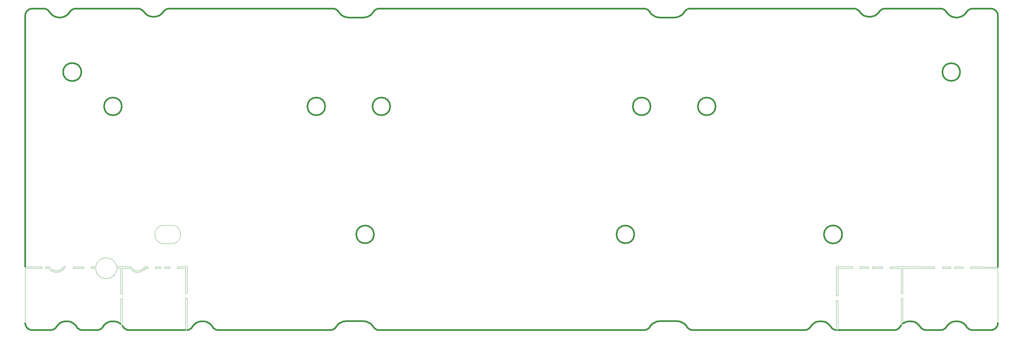
<source format=gbr>
%TF.GenerationSoftware,KiCad,Pcbnew,8.99.0-2194-gb3b7cbcab2*%
%TF.CreationDate,2024-09-18T03:27:03+07:00*%
%TF.ProjectId,Sebas_nuxros,53656261-735f-46e7-9578-726f732e6b69,rev?*%
%TF.SameCoordinates,Original*%
%TF.FileFunction,Profile,NP*%
%FSLAX46Y46*%
G04 Gerber Fmt 4.6, Leading zero omitted, Abs format (unit mm)*
G04 Created by KiCad (PCBNEW 8.99.0-2194-gb3b7cbcab2) date 2024-09-18 03:27:03*
%MOMM*%
%LPD*%
G01*
G04 APERTURE LIST*
%TA.AperFunction,Profile*%
%ADD10C,0.500000*%
%TD*%
%TA.AperFunction,Profile*%
%ADD11C,0.050000*%
%TD*%
%TA.AperFunction,Profile*%
%ADD12C,0.100000*%
%TD*%
G04 APERTURE END LIST*
D10*
X481539668Y122103399D02*
X481710220Y122335931D01*
X392228691Y121520348D02*
X392474011Y121799867D01*
X388592537Y29543121D02*
X388390352Y29337773D01*
X615823608Y29337803D02*
X615621426Y29543157D01*
X650662434Y31019863D02*
X650341935Y30831509D01*
X393812752Y122957305D02*
X394094326Y123019214D01*
X392997951Y31173093D02*
X392644939Y31289602D01*
D11*
X415527000Y46910000D02*
X414827000Y46910000D01*
X648127000Y47410000D02*
X650527000Y47410000D01*
D10*
X655406576Y29543143D02*
X655236016Y29775436D01*
X627521247Y120741266D02*
X627883800Y120841113D01*
X648708329Y122716077D02*
X648937974Y122541779D01*
D11*
X630527000Y46910000D02*
X627627000Y46910000D01*
D10*
X612301993Y31407516D02*
X611932342Y31368087D01*
D11*
X636029502Y46910000D02*
X632727000Y46910000D01*
D10*
X642767597Y28922612D02*
X642497945Y29024276D01*
X635115040Y29163624D02*
X634862796Y29024263D01*
X412695207Y123039997D02*
X412970744Y123020935D01*
X481706531Y29543153D02*
X481535954Y29775418D01*
X609984503Y30358507D02*
X609739186Y30079193D01*
X470286556Y122957303D02*
X470556368Y122855502D01*
X662349514Y123039997D02*
X662634145Y123019661D01*
X648937974Y122541779D02*
X649140174Y122336276D01*
X407898166Y94406182D02*
G75*
G02*
X402698166Y94406182I-2600000J0D01*
G01*
X402698166Y94406182D02*
G75*
G02*
X407898166Y94406182I2600000J0D01*
G01*
X429900593Y31019864D02*
X429580094Y30831510D01*
X468943462Y28839997D02*
X436167311Y28839997D01*
X573134913Y30095387D02*
X572873377Y30387904D01*
X400949996Y28860754D02*
X400662562Y28839997D01*
X662912977Y28921014D02*
X662634143Y28860356D01*
X469512351Y28922626D02*
X469230891Y28860767D01*
X429580094Y30831510D02*
X429281381Y30610226D01*
X481535954Y29775418D02*
X481308783Y30095344D01*
X653307039Y104475000D02*
G75*
G02*
X648107039Y104475000I-2600000J0D01*
G01*
X648107039Y104475000D02*
G75*
G02*
X653307039Y104475000I2600000J0D01*
G01*
X393955820Y30610175D02*
X393657110Y30831452D01*
X564267190Y120660901D02*
X564644480Y120552163D01*
D11*
X656427000Y47410000D02*
X664327000Y47310000D01*
D10*
X610258061Y30610226D02*
X609984503Y30358507D01*
X471737947Y30876310D02*
X471417897Y30649306D01*
X624122214Y121877049D02*
X624382531Y121605665D01*
X392644939Y31289602D02*
X392281561Y31368013D01*
X429007823Y30358507D02*
X428762506Y30079193D01*
X637408441Y31173161D02*
X637069773Y31019863D01*
X380339781Y122551497D02*
X380568221Y122722505D01*
X611932342Y31368087D02*
X611568958Y31289674D01*
D11*
X400281905Y47409249D02*
G75*
G02*
X406351980Y47409997I3035095J-464949D01*
G01*
D10*
X428548198Y29775436D02*
X428377621Y29543164D01*
X402355698Y29775436D02*
X402185153Y29543139D01*
X381364872Y123019640D02*
X381649502Y123039997D01*
X561856929Y122715952D02*
X562086603Y122541560D01*
X481710220Y122335931D02*
X481912428Y122541529D01*
X634593141Y28922602D02*
X634311675Y28860752D01*
X420106194Y122174795D02*
X420278218Y122390879D01*
X391540174Y31407440D02*
X391170529Y31368013D01*
X663659229Y29328503D02*
X663430791Y29157495D01*
X431697061Y31407516D02*
X431325313Y31407516D01*
X616856561Y28860757D02*
X616575097Y28922612D01*
X574216659Y29024282D02*
X573964417Y29163642D01*
D11*
X410227000Y46910000D02*
X408027000Y46910000D01*
D10*
X390643793Y120588443D02*
X390996943Y120705052D01*
D11*
X420252000Y54135000D02*
G75*
G02*
X420252000Y59560000I0J2712500D01*
G01*
D10*
X404399778Y31289674D02*
X404046761Y31173161D01*
D11*
X414627000Y47410000D02*
X415527000Y47410000D01*
D10*
X626027887Y120741266D02*
X626399059Y120680893D01*
X427693601Y29024291D02*
X427423951Y28922626D01*
D11*
X406367203Y46910000D02*
G75*
G02*
X400266797Y46909998I-3050203J34300D01*
G01*
X424127000Y47410000D02*
X426529502Y47419997D01*
D10*
X562947958Y121490214D02*
X563240661Y121228496D01*
X385636269Y122957336D02*
X385906019Y122855584D01*
X481051023Y121490240D02*
X481312569Y121783094D01*
X471038407Y122541563D02*
X471240611Y122335953D01*
X651001102Y31173161D02*
X650662434Y31019863D01*
X565034305Y31390430D02*
X564647468Y31324727D01*
X394381875Y123039997D02*
X412695207Y123039997D01*
X405504561Y31407516D02*
X405132813Y31407516D01*
X482945910Y123019199D02*
X483233532Y123039997D01*
X405874211Y31368087D02*
X405504561Y31407516D01*
X613406775Y31289674D02*
X613043391Y31368087D01*
X435328766Y29024285D02*
X435076524Y29163644D01*
X386590178Y122336286D02*
X386760726Y122103838D01*
X381364873Y28860365D02*
X381086038Y28921021D01*
X572099242Y121490219D02*
X572360781Y121783081D01*
X562086603Y122541560D02*
X562288807Y122335950D01*
X630253307Y122742082D02*
X630497814Y122870535D01*
X628566453Y121154174D02*
X628878673Y121363776D01*
D11*
X636027000Y38110000D02*
X636527000Y38110000D01*
D10*
X573532639Y29543158D02*
X573362068Y29775436D01*
X573362068Y29775436D02*
X573134913Y30095387D01*
X651717503Y31368086D02*
X651354119Y31289673D01*
X662634143Y28860356D02*
X662349514Y28839997D01*
X483229079Y28839997D02*
X482941655Y28860793D01*
X563244401Y30649267D02*
X562951777Y30387866D01*
X623295818Y122742065D02*
X623520297Y122581156D01*
X563904454Y120811213D02*
X564267190Y120660901D01*
X655408823Y122336296D02*
X655611021Y122541808D01*
X434846928Y29337807D02*
X434644746Y29543159D01*
X664032024Y122121286D02*
X664168781Y121870832D01*
X608119175Y28860752D02*
X607831742Y28839997D01*
D11*
X636027000Y39510000D02*
X636527000Y39510000D01*
D10*
X563564446Y30876270D02*
X563244401Y30649267D01*
X434014551Y30358507D02*
X433740993Y30610226D01*
X654778694Y121520348D02*
X655024014Y121799867D01*
D11*
X419227000Y47410000D02*
X419227000Y46910000D01*
D10*
X406590613Y31173162D02*
X406237595Y31289674D01*
X421207256Y122964094D02*
X421477542Y123020936D01*
X622245630Y123039997D02*
X622521164Y123020909D01*
X622791443Y122964058D02*
X623051313Y122870516D01*
D11*
X617529502Y46910000D02*
X621727000Y46910000D01*
D10*
X392474011Y121799867D02*
X392688287Y122103838D01*
X572580741Y30649307D02*
X572260684Y30876312D01*
X404046761Y31173161D02*
X403708093Y31019864D01*
X630497814Y122870535D02*
X630757686Y122964078D01*
X636029502Y30190565D02*
X635931686Y30079193D01*
X662349514Y28839997D02*
X657929502Y28839997D01*
X570780019Y120660897D02*
X571142755Y120811208D01*
X656090589Y29024230D02*
X655838345Y29163599D01*
X408281675Y29775436D02*
X408067368Y30079194D01*
X401982966Y29337786D02*
X401753366Y29163622D01*
X379627000Y47410000D02*
X379649502Y121039997D01*
X405132813Y31407516D02*
X404763162Y31368087D01*
X380339783Y29328505D02*
X380138006Y29530281D01*
X664168770Y30009170D02*
X664032013Y29758719D01*
X618763775Y56858737D02*
G75*
G02*
X613463775Y56858737I-2650000J0D01*
G01*
X613463775Y56858737D02*
G75*
G02*
X618763775Y56858737I2650000J0D01*
G01*
X396032000Y104475000D02*
G75*
G02*
X390732000Y104475000I-2650000J0D01*
G01*
X390732000Y104475000D02*
G75*
G02*
X396032000Y104475000I2650000J0D01*
G01*
X629828659Y122390863D02*
X630028829Y122581168D01*
X647617141Y123039997D02*
X647904690Y123019205D01*
X663430791Y29157495D02*
X663180340Y29020737D01*
X470034242Y29163652D02*
X469782001Y29024291D01*
X420478388Y122581187D02*
X420702869Y122742102D01*
D11*
X398927000Y46910000D02*
X398927000Y47410000D01*
D10*
X389222713Y30358464D02*
X388977396Y30079158D01*
X379966997Y122121279D02*
X380138004Y122349719D01*
X572960628Y122541530D02*
X573190302Y122715913D01*
X391911916Y31407440D02*
X391540174Y31407440D01*
X478572986Y31412405D02*
X473599587Y31412455D01*
X635546816Y29543150D02*
X635344636Y29337792D01*
X564647468Y31324727D02*
X564270417Y31216136D01*
X648455449Y29024278D02*
X648185797Y28922614D01*
D11*
X654227000Y47410000D02*
X654227000Y46910000D01*
D10*
X390454139Y31173093D02*
X390115475Y31019800D01*
X631303504Y123039997D02*
X647617141Y123039997D01*
X389794980Y30831452D02*
X389496270Y30610175D01*
X563907891Y31066022D02*
X563564446Y30876270D01*
X470636598Y29775436D02*
X470466021Y29543164D01*
D11*
X414627000Y47410000D02*
G75*
G02*
X410427000Y47410000I-2100000J1200001D01*
G01*
D10*
X379830240Y30009170D02*
X379730518Y30276534D01*
X625315586Y120979281D02*
X625665334Y120841113D01*
X562292545Y29543129D02*
X562090363Y29337783D01*
X481308783Y30095344D02*
X481047257Y30387853D01*
X617029502Y28848266D02*
X616856561Y28860757D01*
D11*
X400267010Y46910000D02*
X398927000Y46910000D01*
X421927000Y47410000D02*
X420427000Y47410000D01*
D10*
X380568221Y122722505D02*
X380818672Y122859262D01*
X387638859Y28922603D02*
X387357397Y28860754D01*
X481047257Y30387853D02*
X480754633Y30649250D01*
X649310729Y122103838D02*
X649525005Y121799867D01*
X649139469Y29543157D02*
X648937287Y29337804D01*
X393061049Y122541778D02*
X393290690Y122716081D01*
X418683125Y120979280D02*
X419016030Y121154174D01*
X474375406Y120464353D02*
X478575406Y120464353D01*
X433442279Y30831510D02*
X433121781Y31019864D01*
X562463115Y29775401D02*
X562292545Y29543129D01*
X385906019Y122855584D02*
X386158337Y122716105D01*
D11*
X385627000Y47410000D02*
X385627000Y46910000D01*
D10*
X393290690Y122716081D02*
X393543005Y122855556D01*
X392858854Y122336269D02*
X393061049Y122541778D01*
X421753081Y123039997D02*
X469717279Y123039997D01*
X388805221Y120588443D02*
X389168750Y120509965D01*
X429281381Y30610226D02*
X429007823Y30358507D01*
X388763087Y29775409D02*
X388592537Y29543121D01*
X664349514Y121039997D02*
X664327000Y47310000D01*
D11*
X419227000Y47410000D02*
X417727000Y47410000D01*
D10*
X480758323Y121228522D02*
X481051023Y121490240D01*
X430239261Y31173161D02*
X429900593Y31019864D01*
X473596287Y120552172D02*
X473983380Y120486377D01*
X409405918Y28922624D02*
X409136266Y29024285D01*
X414571791Y121877049D02*
X414832108Y121605665D01*
X394094326Y123019214D02*
X394381875Y123039997D01*
D11*
X621727000Y47419997D02*
X621727000Y46910000D01*
D10*
X562090363Y29337783D02*
X561860770Y29163625D01*
D11*
X650527000Y47410000D02*
X650527000Y46910000D01*
D10*
X408654428Y29337807D02*
X408452246Y29543159D01*
X655236016Y29775436D02*
X655021709Y30079194D01*
D11*
X645827000Y47410000D02*
X645827000Y46910000D01*
D10*
X385354691Y123019248D02*
X385636269Y122957336D01*
X655024014Y121799867D02*
X655238290Y122103838D01*
X564644480Y120552163D02*
X565031575Y120486369D01*
D11*
X386627000Y47410000D02*
X385627000Y47410000D01*
D10*
X379966998Y29758720D02*
X379830240Y30009170D01*
D11*
X617529502Y38910000D02*
X617529502Y46910000D01*
D10*
X391335726Y120858475D02*
X391656318Y121046980D01*
X561608531Y29024269D02*
X561338883Y28922610D01*
X381649502Y28839997D02*
X381364873Y28860365D01*
X479728624Y31216114D02*
X479351576Y31324706D01*
X412970744Y123020935D02*
X413241025Y122964085D01*
X470863740Y30095388D02*
X470636598Y29775436D01*
X479731807Y120660918D02*
X480094539Y120811235D01*
X651355224Y120588443D02*
X651718753Y120509965D01*
X431325313Y31407516D02*
X430955662Y31368087D01*
X419328250Y121363776D02*
X419616180Y121605665D01*
X656929152Y28839997D02*
X656641715Y28860709D01*
X388977396Y30079158D02*
X388763087Y29775409D01*
D11*
X426529502Y28839997D02*
X426529502Y38210000D01*
D10*
X389538555Y120470503D02*
X389910459Y120470503D01*
X404763162Y31368087D02*
X404399778Y31289674D01*
X662634145Y123019661D02*
X662912982Y122959001D01*
X562288807Y122335950D02*
X562459339Y122103396D01*
D11*
X654227000Y46910000D02*
X651727000Y46910000D01*
D10*
X472192484Y121228515D02*
X472512654Y121001225D01*
X642245703Y29163638D02*
X642016108Y29337803D01*
X622521164Y123020909D02*
X622791443Y122964058D01*
X663180347Y122859277D02*
X663430799Y122722518D01*
X380568223Y29157498D02*
X380339783Y29328505D01*
X654776392Y30358507D02*
X654502834Y30610226D01*
X561860770Y29163625D02*
X561608531Y29024269D01*
D11*
X417727000Y46910000D02*
X419227000Y46910000D01*
D10*
X413241025Y122964085D02*
X413500897Y122870540D01*
X402570006Y30079193D02*
X402355698Y29775436D01*
X388390352Y29337773D02*
X388160755Y29163615D01*
X433740993Y30610226D02*
X433442279Y30831510D01*
X609739186Y30079193D02*
X609524878Y29775436D01*
D11*
X396752000Y46910000D02*
X393627000Y46910000D01*
X415527000Y47410000D02*
X415527000Y46910000D01*
D10*
X481312569Y121783094D02*
X481539668Y122103399D01*
X614098461Y31019864D02*
X613759793Y31173162D01*
X392281561Y31368013D02*
X391911916Y31407440D01*
X432430095Y31289674D02*
X432066711Y31368087D01*
X481717001Y56870000D02*
G75*
G02*
X476517001Y56870000I-2600000J0D01*
G01*
X476517001Y56870000D02*
G75*
G02*
X481717001Y56870000I2600000J0D01*
G01*
X393543005Y122855556D02*
X393812752Y122957305D01*
D11*
X427027000Y38210000D02*
X427029502Y28852602D01*
D10*
X562679400Y94406149D02*
G75*
G02*
X557479400Y94406149I-2600000J0D01*
G01*
X557479400Y94406149D02*
G75*
G02*
X562679400Y94406149I2600000J0D01*
G01*
X627150074Y120680893D02*
X627521247Y120741266D01*
X414832108Y121605665D02*
X415120038Y121363776D01*
X656641715Y28860709D02*
X656360246Y28922563D01*
X629656617Y122174795D02*
X629828659Y122390863D01*
X565031575Y120486369D02*
X565423604Y120464345D01*
X653191936Y31289673D02*
X652828552Y31368086D01*
D11*
X422452000Y59560000D02*
X420252000Y59560000D01*
D10*
X407249779Y30831510D02*
X406929281Y31019864D01*
X469230891Y28860767D02*
X468943462Y28839997D01*
X390280263Y120509965D02*
X390643793Y120588443D01*
X471899788Y121490237D02*
X472192484Y121228515D01*
X473207823Y31390465D02*
X472820982Y31324764D01*
D11*
X627627000Y46910000D02*
X627627000Y47410000D01*
D10*
X573734821Y29337806D02*
X573532639Y29543158D01*
X647904334Y28860759D02*
X647616903Y28839997D01*
X564270417Y31216136D02*
X563907891Y31066022D01*
X380818674Y29020742D02*
X380568223Y29157498D01*
X635344636Y29337792D02*
X635115040Y29163624D01*
X638124842Y31368086D02*
X637761458Y31289673D01*
X571554692Y31216178D02*
X571177630Y31324768D01*
X650342699Y121046980D02*
X650663290Y120858476D01*
D12*
X636529502Y30668704D02*
X636527000Y38110000D01*
D10*
X654204120Y30831510D02*
X653883622Y31019863D01*
X624670461Y121363776D02*
X624982681Y121154175D01*
X609524878Y29775436D02*
X609354316Y29543150D01*
X420947380Y122870554D02*
X421207256Y122964094D01*
X623520297Y122581156D02*
X623720469Y122390856D01*
X413745404Y122742085D02*
X413969882Y122581170D01*
X561057425Y28860758D02*
X560770000Y28839997D01*
X649770325Y121520348D02*
X650043920Y121268438D01*
X648186264Y122957296D02*
X648456012Y122855549D01*
X609152136Y29337792D02*
X608922540Y29163624D01*
X563240661Y121228496D02*
X563560836Y121001209D01*
X653883622Y31019863D02*
X653544953Y31173161D01*
X483233532Y123039997D02*
X560765473Y123039997D01*
X624982681Y121154175D02*
X625315586Y120979281D01*
X573712472Y122957256D02*
X573994114Y123019199D01*
D12*
X407527000Y39510000D02*
X407529502Y46910000D01*
D10*
X624382531Y121605665D02*
X624670461Y121363776D01*
X415765163Y120979281D02*
X416114911Y120841113D01*
X482142101Y122715912D02*
X482394463Y122855454D01*
X482660198Y28922646D02*
X482390551Y29024304D01*
X391955097Y121268437D02*
X392228691Y121520348D01*
X570790782Y31390469D02*
X570399012Y31412455D01*
D11*
X420427000Y46910000D02*
X420427000Y47410000D01*
D10*
X649769664Y30358507D02*
X649524347Y30079193D01*
D11*
X626527000Y47410000D02*
X623927000Y47419997D01*
X648127000Y46910000D02*
X648127000Y47410000D01*
D10*
X655608751Y29337775D02*
X655406576Y29543143D01*
X430592278Y31289674D02*
X430239261Y31173161D01*
X626774567Y120660691D02*
X627150074Y120680893D01*
X608670296Y29024263D02*
X608400641Y28922602D01*
X470466021Y29543164D02*
X470263837Y29337815D01*
X611568958Y31289674D02*
X611215941Y31173161D01*
X470263837Y29337815D02*
X470034242Y29163652D01*
X394689003Y29775409D02*
X394474694Y30079158D01*
X419616180Y121605665D02*
X419876496Y121877049D01*
D11*
X617529502Y38910000D02*
X617029502Y38910000D01*
D10*
X641429046Y30079193D02*
X641183730Y30358506D01*
X395291340Y29163608D02*
X395061747Y29337774D01*
X470556368Y122855502D02*
X470808734Y122715954D01*
X403088881Y30610226D02*
X402815323Y30358507D01*
D11*
X408027000Y39510000D02*
X408027000Y46910000D01*
D10*
X380818672Y122859262D02*
X381086037Y122958984D01*
X394474694Y30079158D02*
X394229377Y30358464D01*
X435598418Y28922624D02*
X435328766Y29024285D01*
X655840667Y122716112D02*
X656092989Y122855584D01*
X627883800Y120841113D02*
X628233548Y120979280D01*
D11*
X617527000Y37510000D02*
X617027000Y37510000D01*
D10*
X656360246Y28922563D02*
X656090589Y29024230D01*
X650043920Y121268438D02*
X650342699Y121046980D01*
X557917000Y56870000D02*
G75*
G02*
X552717000Y56870000I-2600000J0D01*
G01*
X552717000Y56870000D02*
G75*
G02*
X557917000Y56870000I2600000J0D01*
G01*
X427945842Y29163652D02*
X427693601Y29024291D01*
X664032013Y29758719D02*
X663861006Y29530280D01*
X416848636Y120680893D02*
X417224144Y120660691D01*
X435076524Y29163644D02*
X434846928Y29337807D01*
X389496270Y30610175D02*
X389222713Y30358464D01*
X471240611Y122335953D02*
X471411143Y122103399D01*
X379669863Y121324627D02*
X379730519Y121603462D01*
X612673741Y31407516D02*
X612301993Y31407516D01*
X480094539Y120811235D02*
X480438152Y121001234D01*
X619309502Y28859997D02*
X617529502Y28843557D01*
X649140174Y122336276D02*
X649310729Y122103838D01*
X480091147Y31065999D02*
X479728624Y31216114D01*
D11*
X421927000Y46910000D02*
X421927000Y47410000D01*
D10*
X573442665Y122855455D02*
X573712472Y122957256D01*
X615236548Y30079194D02*
X614991231Y30358507D01*
X653193796Y120588443D02*
X653546946Y120705052D01*
X570015633Y120486374D02*
X570402728Y120552163D01*
X479351576Y31324706D02*
X478964743Y31390412D01*
X654206321Y121046980D02*
X654505100Y121268437D01*
X381649502Y123039997D02*
X385067138Y123039997D01*
X581730000Y94406149D02*
G75*
G02*
X576530000Y94406149I-2600000J0D01*
G01*
X576530000Y94406149D02*
G75*
G02*
X581730000Y94406149I2600000J0D01*
G01*
X649310039Y29775436D02*
X649139469Y29543157D01*
D11*
X393627000Y47410000D02*
X396752000Y47410000D01*
D10*
X652830266Y120509965D02*
X653193796Y120588443D01*
X413500897Y122870540D02*
X413745404Y122742085D01*
D11*
X417727000Y47410000D02*
X417727000Y46910000D01*
D10*
X472443926Y31216175D02*
X472081396Y31066061D01*
X482390551Y29024304D02*
X482138311Y29163656D01*
D11*
X651727000Y47410000D02*
X654227000Y47410000D01*
D10*
X380138004Y122349719D02*
X380339781Y122551497D01*
X653885729Y120858475D02*
X654206321Y121046980D01*
X387792696Y121046980D02*
X388113287Y120858476D01*
X406929281Y31019864D02*
X406590613Y31173162D01*
D11*
X632727000Y47410000D02*
X636029502Y47419997D01*
D10*
X639599275Y31289673D02*
X639235891Y31368086D01*
X486479400Y94406149D02*
G75*
G02*
X481279400Y94406149I-2600000J0D01*
G01*
X481279400Y94406149D02*
G75*
G02*
X486479400Y94406149I2600000J0D01*
G01*
X469782001Y29024291D02*
X469512351Y28922626D01*
X561053101Y123019238D02*
X561334750Y122957300D01*
X662912982Y122959001D02*
X663180347Y122859277D01*
D11*
X400281905Y47409249D02*
X398927000Y47410000D01*
D10*
X396094693Y28860733D02*
X395813231Y28922585D01*
D11*
X424127000Y47410000D02*
X424127000Y46910000D01*
D10*
X639952292Y31173161D02*
X639599275Y31289673D01*
D11*
X379627000Y46910000D02*
X379649502Y30839997D01*
D10*
X388113287Y120858476D02*
X388452070Y120705053D01*
D11*
X656427000Y46910000D02*
X664327000Y46910000D01*
D10*
X656644323Y123019227D02*
X656931878Y123039997D01*
X413969882Y122581170D02*
X414170051Y122390864D01*
X471638248Y121783097D02*
X471899788Y121490237D01*
X386975002Y121799867D02*
X387220322Y121520348D01*
X649524347Y30079193D02*
X649310039Y29775436D01*
X473983380Y120486377D02*
X474375406Y120464353D01*
X409687381Y28860771D02*
X409405918Y28922624D01*
X641643355Y29775436D02*
X641429046Y30079193D01*
D12*
X408027000Y38010000D02*
X408029502Y30122307D01*
D10*
X472820982Y31324764D02*
X472443926Y31216175D01*
X419876496Y121877049D02*
X420106194Y122174795D01*
X480438152Y121001234D02*
X480758323Y121228522D01*
X470808734Y122715954D02*
X471038407Y122541563D01*
X643049061Y28860757D02*
X642767597Y28922612D01*
X647616903Y28839997D02*
X643336492Y28839997D01*
X471411143Y122103399D02*
X471638248Y121783097D01*
X472512654Y121001225D02*
X472856268Y120811227D01*
X640290960Y31019863D02*
X639952292Y31173161D01*
X479354522Y120552173D02*
X479731807Y120660918D01*
X650043222Y30610225D02*
X649769664Y30358507D01*
X608922540Y29163624D02*
X608670296Y29024263D01*
X664349514Y30839997D02*
X664329149Y30555368D01*
D11*
X426529502Y38210000D02*
X427027000Y38210000D01*
D10*
X389168750Y120509965D02*
X389538555Y120470503D01*
X615450855Y29775436D02*
X615236548Y30079194D01*
X432783113Y31173162D02*
X432430095Y31289674D01*
X641813926Y29543157D02*
X641643355Y29775436D01*
X633629502Y28819997D02*
X619809502Y28859997D01*
X625665334Y120841113D02*
X626027887Y120741266D01*
X656092989Y122855584D02*
X656362743Y122957328D01*
D11*
X427029502Y39610000D02*
X427029502Y47419997D01*
X414827000Y46910000D02*
G75*
G02*
X410227000Y46910000I-2300000J1700000D01*
G01*
D10*
X640910172Y30610225D02*
X640611458Y30831509D01*
D11*
X627627000Y47410000D02*
X630527000Y47410000D01*
D10*
X573964417Y29163642D02*
X573734821Y29337806D01*
X642497945Y29024276D02*
X642245703Y29163638D01*
X379730519Y121603462D02*
X379830240Y121870827D01*
X562951777Y30387866D02*
X562690252Y30095351D01*
X417599651Y120680893D02*
X417970824Y120741266D01*
D11*
X391327000Y47410000D02*
G75*
G02*
X386424190Y46907923I-2600000J1200000D01*
G01*
D10*
X642016108Y29337803D02*
X641813926Y29543157D01*
D11*
X617027000Y37510000D02*
X617029502Y28848266D01*
D10*
X643336492Y28839997D02*
X643049061Y28860757D01*
X419016030Y121154174D02*
X419328250Y121363776D01*
X420702869Y122742102D02*
X420947380Y122870554D01*
D11*
X407529502Y47419997D02*
X406352000Y47410000D01*
D10*
X637069773Y31019863D02*
X636749274Y30831510D01*
X607831742Y28839997D02*
X575055205Y28839997D01*
X655611021Y122541808D02*
X655840667Y122716112D01*
X664268502Y121603465D02*
X664329158Y121324628D01*
X407529502Y30624294D02*
X407249779Y30831510D01*
X402185153Y29543139D02*
X401982966Y29337786D01*
X428175437Y29337815D02*
X427945842Y29163652D01*
X565426065Y31412359D02*
X565034305Y31390430D01*
D11*
X422452000Y54135000D02*
X420252000Y54135000D01*
X384427000Y47410000D02*
X384427000Y46907923D01*
D10*
X616053203Y29163638D02*
X615823608Y29337803D01*
X561604563Y122855499D02*
X561856929Y122715952D01*
X610556774Y30831510D02*
X610258061Y30610226D01*
X416114911Y120841113D02*
X416477464Y120741266D01*
X652088558Y120470503D02*
X652460462Y120470503D01*
X390807151Y31289602D02*
X390454139Y31173093D01*
X629426919Y121877049D02*
X629656617Y122174795D01*
X651002073Y120705053D02*
X651355224Y120588443D01*
X472856268Y120811227D02*
X473219000Y120660912D01*
X650341935Y30831509D02*
X650043222Y30610225D01*
X401753366Y29163622D02*
X401501119Y29024264D01*
X616575097Y28922612D02*
X616305445Y29024276D01*
X379649502Y121039997D02*
X379669863Y121324627D01*
X408452246Y29543159D02*
X408281675Y29775436D01*
X614717673Y30610226D02*
X614418959Y30831510D01*
X400662562Y28839997D02*
X396382122Y28839997D01*
X638494492Y31407515D02*
X638124842Y31368086D01*
X634862796Y29024263D02*
X634593141Y28922602D01*
X663659239Y122551508D02*
X663861017Y122349728D01*
X392688287Y122103838D02*
X392858854Y122336269D01*
D11*
X636529502Y46910000D02*
X645827000Y46910000D01*
D10*
X633629502Y28819997D02*
X634311675Y28860752D01*
X572873377Y30387904D02*
X572580741Y30649307D01*
D11*
X384427000Y46907923D02*
X379627000Y46910000D01*
D10*
X664329158Y121324628D02*
X664349514Y121039997D01*
X427423951Y28922626D02*
X427142491Y28860767D01*
X408884024Y29163644D02*
X408654428Y29337807D01*
D11*
X623927000Y47419997D02*
X623927000Y46910000D01*
D10*
X481912428Y122541529D02*
X482142101Y122715912D01*
X653546946Y120705052D02*
X653885729Y120858475D01*
X630757686Y122964078D02*
X631027968Y123020927D01*
X648707691Y29163639D02*
X648455449Y29024278D01*
X615621426Y29543157D02*
X615450855Y29775436D01*
X418333377Y120841113D02*
X418683125Y120979280D01*
X655838345Y29163599D02*
X655608751Y29337775D01*
D11*
X636027000Y38110000D02*
X636029502Y30190565D01*
D10*
X663861017Y122349728D02*
X664032024Y122121286D01*
X561334750Y122957300D02*
X561604563Y122855499D01*
X611215941Y31173161D02*
X610877273Y31019864D01*
X574767774Y28860766D02*
X574486311Y28922620D01*
D11*
X626527000Y46910000D02*
X626527000Y47410000D01*
X656427000Y47410000D02*
X656427000Y46910000D01*
X651727000Y46910000D02*
X651727000Y47410000D01*
D10*
X655238290Y122103838D02*
X655408823Y122336296D01*
X387069968Y28839997D02*
X381649502Y28839997D01*
X657929502Y28839997D02*
X656929152Y28839997D01*
X414170051Y122390864D02*
X414342093Y122174795D01*
X434644746Y29543159D02*
X434474175Y29775436D01*
X395813231Y28922585D02*
X395543580Y29024248D01*
X571486372Y121001205D02*
X571806544Y121228495D01*
X478964743Y31390412D02*
X478572986Y31412405D01*
X562686411Y121783070D02*
X562947958Y121490214D01*
X608400641Y28922602D02*
X608119175Y28860752D01*
X427142491Y28860767D02*
X427029502Y28852602D01*
X654505100Y121268437D02*
X654778694Y121520348D01*
D11*
X664327000Y46910000D02*
X664349514Y30839997D01*
D10*
X653544953Y31173161D02*
X653191936Y31289673D01*
D12*
X427029502Y47419997D02*
X426529502Y47419997D01*
D10*
X663180340Y29020737D02*
X662912977Y28921014D01*
X390996943Y120705052D02*
X391335726Y120858475D01*
X570399012Y31412455D02*
X565426065Y31412359D01*
X616305445Y29024276D02*
X616053203Y29163638D01*
X387220322Y121520348D02*
X387493917Y121268438D01*
X470004907Y123019242D02*
X470286556Y122957303D01*
X416477464Y120741266D02*
X416848636Y120680893D01*
X562690252Y30095351D02*
X562463115Y29775401D01*
X391170529Y31368013D02*
X390807151Y31289602D01*
X393336615Y31019800D02*
X392997951Y31173093D01*
X393657110Y30831452D02*
X393336615Y31019800D01*
X395061747Y29337774D02*
X394859569Y29543129D01*
X628878673Y121363776D02*
X629166603Y121605665D01*
D12*
X617529502Y28843557D02*
X617527000Y37510000D01*
D10*
X631027968Y123020927D02*
X631303504Y123039997D01*
X639235891Y31368086D02*
X638866240Y31407515D01*
X573190302Y122715913D02*
X573442665Y122855455D01*
X420278218Y122390879D02*
X420478388Y122581187D01*
X478575406Y120464353D02*
X478967431Y120486369D01*
X480434589Y30876250D02*
X480091147Y31065999D01*
D11*
X623927000Y46910000D02*
X626527000Y46910000D01*
D10*
X575055205Y28839997D02*
X574767774Y28860766D01*
D11*
X426529502Y46910000D02*
X424127000Y46910000D01*
D10*
X381086038Y28921021D02*
X380818674Y29020742D01*
X471125268Y30387904D02*
X470863740Y30095388D01*
X389910459Y120470503D02*
X390280263Y120509965D01*
X388452070Y120705053D02*
X388805221Y120588443D01*
X394229377Y30358464D02*
X393955820Y30610175D01*
X390115475Y31019800D02*
X389794980Y30831452D01*
D11*
X407529502Y46910000D02*
X406367203Y46910000D01*
D10*
X472081396Y31066061D02*
X471737947Y30876310D01*
X629166603Y121605665D02*
X629426919Y121877049D01*
X571806544Y121228495D02*
X572099242Y121490219D01*
X387357397Y28860754D02*
X387069968Y28839997D01*
X403387594Y30831510D02*
X403088881Y30610226D01*
X648185797Y28922614D02*
X647904334Y28860759D01*
D11*
X421927000Y46910000D02*
X420427000Y46910000D01*
D10*
X655021709Y30079194D02*
X654776392Y30358507D01*
X613759793Y31173162D02*
X613406775Y31289674D01*
X386387981Y122541799D02*
X386590178Y122336286D01*
X572758420Y122335931D02*
X572960628Y122541530D01*
X391656318Y121046980D02*
X391955097Y121268437D01*
X428762506Y30079193D02*
X428548198Y29775436D01*
X614418959Y30831510D02*
X614098461Y31019864D01*
X394859569Y29543129D02*
X394689003Y29775409D01*
X379730518Y30276534D02*
X379669860Y30555368D01*
X417224144Y120660691D02*
X417599651Y120680893D01*
X415120038Y121363776D02*
X415432258Y121154175D01*
X648937287Y29337804D02*
X648707691Y29163639D01*
X408067368Y30079194D02*
X408029502Y30122307D01*
D11*
X393627000Y46910000D02*
X393627000Y47410000D01*
D10*
X609354316Y29543150D02*
X609152136Y29337792D01*
X663430799Y122722518D02*
X663659239Y122551508D01*
X433121781Y31019864D02*
X432783113Y31173162D01*
X482941655Y28860793D02*
X482660198Y28922646D01*
X652458902Y31407515D02*
X652087154Y31407515D01*
X626399059Y120680893D02*
X626774567Y120660691D01*
X435879881Y28860771D02*
X435598418Y28922624D01*
X560770000Y28839997D02*
X483229079Y28839997D01*
X573994114Y123019199D02*
X574281736Y123039997D01*
X387493917Y121268438D02*
X387792696Y121046980D01*
D11*
X422452000Y59560000D02*
G75*
G02*
X422452000Y54135000I0J-2712500D01*
G01*
D10*
X651718753Y120509965D02*
X652088558Y120470503D01*
X664268492Y30276534D02*
X664168770Y30009170D01*
X395543580Y29024248D02*
X395291340Y29163608D01*
D11*
X632727000Y46910000D02*
X632727000Y47410000D01*
D10*
X432066711Y31368087D02*
X431697061Y31407516D01*
X652087154Y31407515D02*
X651717503Y31368086D01*
X480754633Y30649250D02*
X480434589Y30876250D01*
X571917229Y31066064D02*
X571554692Y31216178D01*
X560765473Y123039997D02*
X561053101Y123019238D01*
X623051313Y122870516D02*
X623295818Y122742065D01*
X467434395Y94404995D02*
G75*
G02*
X462234395Y94404995I-2600000J0D01*
G01*
X462234395Y94404995D02*
G75*
G02*
X467434395Y94404995I2600000J0D01*
G01*
X664329149Y30555368D02*
X664268492Y30276534D01*
X396382122Y28839997D02*
X396094693Y28860733D01*
X387908511Y29024260D02*
X387638859Y28922603D01*
X481908716Y29337811D02*
X481706531Y29543153D01*
X409974811Y28839997D02*
X409687381Y28860771D01*
X565423604Y120464345D02*
X569623604Y120464345D01*
X561338883Y28922610D02*
X561057425Y28860758D01*
X614991231Y30358507D02*
X614717673Y30610226D01*
X656931878Y123039997D02*
X662349514Y123039997D01*
X649525005Y121799867D02*
X649770325Y121520348D01*
X409136266Y29024285D02*
X408884024Y29163644D01*
X663861006Y29530280D02*
X663659229Y29328503D01*
X571142755Y120811208D02*
X571486372Y121001205D01*
X426529502Y28839997D02*
X409974811Y28839997D01*
X417970824Y120741266D02*
X418333377Y120841113D01*
X638866240Y31407515D02*
X638494492Y31407515D01*
X469717279Y123039997D02*
X470004907Y123019242D01*
X569623604Y120464345D02*
X570015633Y120486374D01*
X471417897Y30649306D02*
X471125268Y30387904D01*
X380138006Y29530281D02*
X379966998Y29758720D01*
D11*
X630527000Y47410000D02*
X630527000Y46910000D01*
D10*
X572587870Y122103396D02*
X572758420Y122335931D01*
X572360781Y121783081D02*
X572587870Y122103396D01*
X473219000Y120660912D02*
X473596287Y120552172D01*
X628233548Y120979280D02*
X628566453Y121154174D01*
X482394463Y122855454D02*
X482664269Y122957255D01*
X401501119Y29024264D02*
X401231463Y28922604D01*
X562459339Y122103396D02*
X562686411Y121783070D01*
X563560836Y121001209D02*
X563904454Y120811213D01*
X572260684Y30876312D02*
X571917229Y31066064D01*
X637761458Y31289673D02*
X637408441Y31173161D01*
D11*
X385627000Y46910000D02*
X386424190Y46907923D01*
D10*
X641183730Y30358506D02*
X640910172Y30610225D01*
D11*
X396752000Y47410000D02*
X396752000Y46910000D01*
D10*
X651354119Y31289673D02*
X651001102Y31173161D01*
X650663290Y120858476D02*
X651002073Y120705053D01*
X434259868Y30079194D02*
X434014551Y30358507D01*
X379669860Y30555368D02*
X379649502Y30839997D01*
X428377621Y29543164D02*
X428175437Y29337815D01*
X654502834Y30610226D02*
X654204120Y30831510D01*
D11*
X408027000Y38010000D02*
X407527000Y38010000D01*
D10*
X430955662Y31368087D02*
X430592278Y31289674D01*
X619309502Y28859997D02*
X619809502Y28859997D01*
D11*
X390827000Y47410000D02*
G75*
G02*
X386627000Y47410000I-2100000J1200001D01*
G01*
D10*
X401231463Y28922604D02*
X400949996Y28860754D01*
D12*
X410427000Y47410000D02*
X407529502Y47419997D01*
D10*
X636749274Y30831510D02*
X636529502Y30668704D01*
X648456012Y122855549D02*
X648708329Y122716077D01*
X656362743Y122957328D02*
X656644323Y123019227D01*
D12*
X617029502Y47419997D02*
X617029502Y38910000D01*
X636029502Y46910000D02*
X636027000Y39510000D01*
D11*
X426529502Y39610000D02*
X427029502Y39610000D01*
D10*
X571177630Y31324768D02*
X570790782Y31390469D01*
X379830240Y121870827D02*
X379966997Y122121279D01*
X613043391Y31368087D02*
X612673741Y31407516D01*
X436167311Y28839997D02*
X435879881Y28860771D01*
X623720469Y122390856D02*
X623892516Y122174795D01*
X415432258Y121154175D02*
X415765163Y120979281D01*
X652460462Y120470503D02*
X652830266Y120509965D01*
D12*
X645827000Y47410000D02*
X636029502Y47419997D01*
D11*
X650527000Y46910000D02*
X648127000Y46910000D01*
D10*
X386760726Y122103838D02*
X386975002Y121799867D01*
X640611458Y30831509D02*
X640290960Y31019863D01*
X570402728Y120552163D02*
X570780019Y120660897D01*
X414342093Y122174795D02*
X414571791Y121877049D01*
D11*
X384427000Y47410000D02*
X379627000Y47410000D01*
D10*
X630028829Y122581168D02*
X630253307Y122742082D01*
X647904690Y123019205D02*
X648186264Y122957296D01*
D11*
X636527000Y39510000D02*
X636529502Y46910000D01*
D10*
X434474175Y29775436D02*
X434259868Y30079194D01*
X664168781Y121870832D02*
X664268502Y121603465D01*
X623892516Y122174795D02*
X624122214Y121877049D01*
X473599587Y31412455D02*
X473207823Y31390465D01*
X406237595Y31289674D02*
X405874211Y31368087D01*
X482138311Y29163656D02*
X481908716Y29337811D01*
X652828552Y31368086D02*
X652458902Y31407515D01*
X386158337Y122716105D02*
X386387981Y122541799D01*
D11*
X426529502Y39610000D02*
X426529502Y46910000D01*
D10*
X635931686Y30079193D02*
X635717378Y29775436D01*
X421477542Y123020936D02*
X421753081Y123039997D01*
X610877273Y31019864D02*
X610556774Y30831510D01*
X381086037Y122958984D02*
X381364872Y123019640D01*
D11*
X407527000Y39510000D02*
X408027000Y39510000D01*
D10*
X574281736Y123039997D02*
X622245630Y123039997D01*
X635717378Y29775436D02*
X635546816Y29543150D01*
X478967431Y120486369D02*
X479354522Y120552173D01*
X388160755Y29163615D02*
X387908511Y29024260D01*
D11*
X391327000Y47410000D02*
X390827000Y47410000D01*
D10*
X403708093Y31019864D02*
X403387594Y30831510D01*
X385067138Y123039997D02*
X385354691Y123019248D01*
D11*
X407529502Y30624294D02*
X407527000Y38010000D01*
D12*
X621727000Y47419997D02*
X617029502Y47419997D01*
D10*
X482664269Y122957255D02*
X482945910Y123019199D01*
X402815323Y30358507D02*
X402570006Y30079193D01*
X574486311Y28922620D02*
X574216659Y29024282D01*
M02*

</source>
